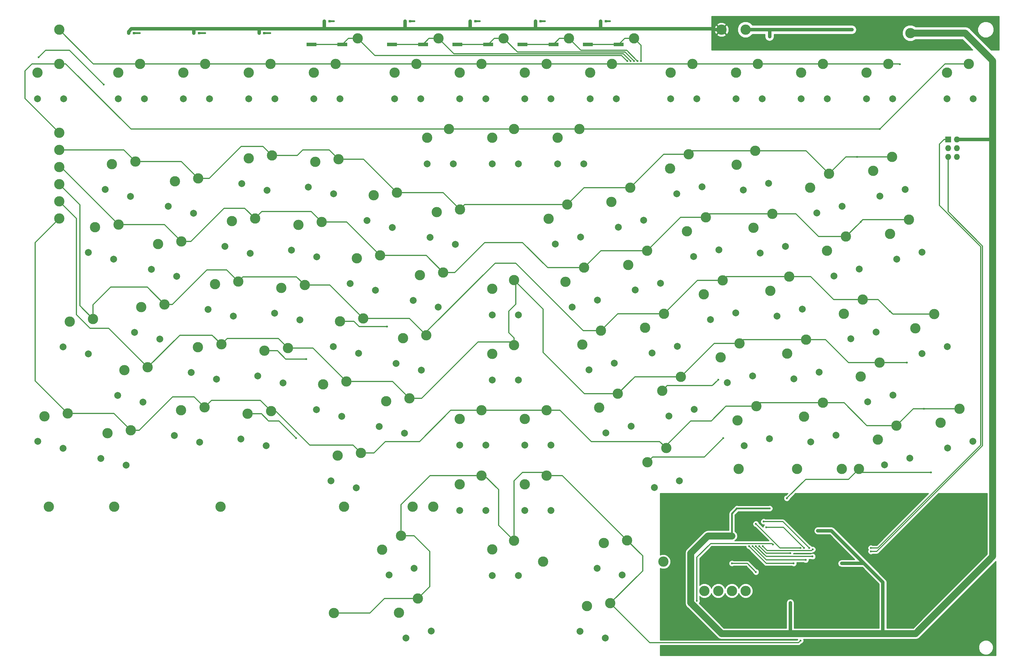
<source format=gtl>
G04 #@! TF.FileFunction,Copper,L1,Top,Signal*
%FSLAX46Y46*%
G04 Gerber Fmt 4.6, Leading zero omitted, Abs format (unit mm)*
G04 Created by KiCad (PCBNEW 4.0.2-4+6225~38~ubuntu15.10.1-stable) date Mi 09 Mär 2016 15:11:07 CET*
%MOMM*%
G01*
G04 APERTURE LIST*
%ADD10C,0.100000*%
%ADD11C,0.600000*%
%ADD12C,3.000000*%
%ADD13C,2.000000*%
%ADD14R,0.797560X0.797560*%
%ADD15R,1.727200X1.727200*%
%ADD16O,1.727200X1.727200*%
%ADD17R,3.000000X1.000000*%
%ADD18C,2.999740*%
%ADD19C,1.000000*%
%ADD20C,0.500000*%
%ADD21C,2.000000*%
%ADD22C,0.300000*%
%ADD23C,0.254000*%
G04 APERTURE END LIST*
D10*
D11*
X345000000Y-216000000D03*
X307500000Y-193500000D03*
X309500000Y-193500000D03*
X290000000Y-208000000D03*
X289500000Y-212500000D03*
X287500000Y-210500000D03*
X285000000Y-213000000D03*
X283500000Y-195000000D03*
X282000000Y-195000000D03*
X286500000Y-178000000D03*
X285000000Y-178000000D03*
X283500000Y-178000000D03*
X282000000Y-178000000D03*
X278500000Y-196500000D03*
X277500000Y-200500000D03*
X274500000Y-200500000D03*
X295500000Y-198500000D03*
X297500000Y-198500000D03*
X297500000Y-196500000D03*
X299500000Y-196500000D03*
X299500000Y-198500000D03*
X310000000Y-202500000D03*
X307500000Y-202500000D03*
X305000000Y-202500000D03*
X302500000Y-202500000D03*
X286500000Y-204500000D03*
X284000000Y-207000000D03*
X281500000Y-209500000D03*
X279000000Y-212000000D03*
X262000000Y-182000000D03*
X260000000Y-182000000D03*
X260000000Y-184000000D03*
X262000000Y-184000000D03*
X260000000Y-180000000D03*
X262000000Y-180000000D03*
X264000000Y-180000000D03*
X264000000Y-184000000D03*
X264000000Y-182000000D03*
X269500000Y-194000000D03*
X267500000Y-194000000D03*
X267500000Y-196000000D03*
X269500000Y-196000000D03*
X269500000Y-192000000D03*
X271500000Y-192000000D03*
X271500000Y-196000000D03*
X271500000Y-194000000D03*
X260000000Y-213000000D03*
X258000000Y-213000000D03*
X258000000Y-215000000D03*
X260000000Y-215000000D03*
X258000000Y-211000000D03*
X260000000Y-211000000D03*
X262000000Y-211000000D03*
X262000000Y-215000000D03*
X262000000Y-213000000D03*
X310000000Y-210000000D03*
X308000000Y-210000000D03*
X308000000Y-212000000D03*
X310000000Y-212000000D03*
X308000000Y-208000000D03*
X310000000Y-208000000D03*
X312000000Y-208000000D03*
X312000000Y-212000000D03*
X312000000Y-210000000D03*
X302000000Y-178000000D03*
X300000000Y-178000000D03*
X300000000Y-180000000D03*
X302000000Y-180000000D03*
X300000000Y-176000000D03*
X302000000Y-176000000D03*
X304000000Y-176000000D03*
X304000000Y-180000000D03*
X304000000Y-178000000D03*
X322000000Y-178000000D03*
X320000000Y-178000000D03*
X320000000Y-180000000D03*
X322000000Y-180000000D03*
X320000000Y-176000000D03*
X322000000Y-176000000D03*
X324000000Y-176000000D03*
X324000000Y-180000000D03*
X324000000Y-178000000D03*
X335000000Y-198000000D03*
X333000000Y-198000000D03*
X333000000Y-200000000D03*
X335000000Y-200000000D03*
X333000000Y-196000000D03*
X335000000Y-196000000D03*
X337000000Y-196000000D03*
X337000000Y-200000000D03*
X337000000Y-198000000D03*
X343000000Y-214000000D03*
X341000000Y-214000000D03*
X341000000Y-216000000D03*
X343000000Y-216000000D03*
X341000000Y-212000000D03*
X343000000Y-212000000D03*
X345000000Y-212000000D03*
X345000000Y-214000000D03*
X345000000Y-184000000D03*
X343000000Y-184000000D03*
X341000000Y-184000000D03*
X345000000Y-182000000D03*
X343000000Y-182000000D03*
X341000000Y-182000000D03*
X343000000Y-180000000D03*
X341000000Y-180000000D03*
X319000000Y-45000000D03*
X317000000Y-45000000D03*
X315000000Y-45000000D03*
X295000000Y-37000000D03*
X297000000Y-37000000D03*
X321000000Y-37000000D03*
X319000000Y-37000000D03*
X309000000Y-37000000D03*
X303000000Y-37000000D03*
X301000000Y-37000000D03*
X305000000Y-37000000D03*
X307000000Y-37000000D03*
X299000000Y-37000000D03*
X313000000Y-37000000D03*
X317000000Y-37000000D03*
X311000000Y-37000000D03*
X315000000Y-37000000D03*
X301000000Y-45000000D03*
X291000000Y-45000000D03*
X291000000Y-43000000D03*
X311000000Y-45000000D03*
X313000000Y-45000000D03*
X311000000Y-43000000D03*
X303000000Y-43000000D03*
X305000000Y-43000000D03*
X303000000Y-45000000D03*
X305000000Y-45000000D03*
X295000000Y-45000000D03*
X293000000Y-45000000D03*
X295000000Y-43000000D03*
X293000000Y-43000000D03*
X299000000Y-43000000D03*
X299000000Y-45000000D03*
X301000000Y-43000000D03*
X297000000Y-43000000D03*
X297000000Y-45000000D03*
X309000000Y-45000000D03*
X309000000Y-43000000D03*
X307000000Y-43000000D03*
X307000000Y-45000000D03*
X323000000Y-43000000D03*
X325000000Y-45000000D03*
X325000000Y-43000000D03*
X323000000Y-45000000D03*
X327000000Y-45000000D03*
X329000000Y-45000000D03*
X331000000Y-43000000D03*
X337000000Y-45000000D03*
X337000000Y-43000000D03*
X341000000Y-43000000D03*
X339000000Y-43000000D03*
X341000000Y-45000000D03*
X343000000Y-43000000D03*
X339000000Y-45000000D03*
X343000000Y-45000000D03*
X335000000Y-45000000D03*
X333000000Y-45000000D03*
X335000000Y-43000000D03*
X333000000Y-43000000D03*
X331000000Y-45000000D03*
X321000000Y-45000000D03*
X325000000Y-39000000D03*
X325000000Y-37000000D03*
X323000000Y-37000000D03*
X329000000Y-37000000D03*
X327000000Y-37000000D03*
X333000000Y-39000000D03*
X331000000Y-39000000D03*
X333000000Y-37000000D03*
X331000000Y-37000000D03*
X345000000Y-39000000D03*
X343000000Y-39000000D03*
X341000000Y-39000000D03*
X339000000Y-39000000D03*
X337000000Y-39000000D03*
X335000000Y-39000000D03*
X353000000Y-37000000D03*
X347000000Y-37000000D03*
X345000000Y-37000000D03*
X343000000Y-37000000D03*
X341000000Y-37000000D03*
X339000000Y-37000000D03*
X337000000Y-37000000D03*
X335000000Y-37000000D03*
X345000000Y-180000000D03*
D12*
X168594442Y-124145781D03*
X161803413Y-124955732D03*
D13*
X159831212Y-132316087D03*
X167191567Y-134288288D03*
D14*
X101749300Y-41000000D03*
X100250700Y-41000000D03*
X120749300Y-41000000D03*
X119250700Y-41000000D03*
X139749300Y-41000000D03*
X138250700Y-41000000D03*
X158749300Y-37500000D03*
X157250700Y-37500000D03*
X182249300Y-37500000D03*
X180750700Y-37500000D03*
X201249300Y-37500000D03*
X199750700Y-37500000D03*
X220249300Y-37500000D03*
X218750700Y-37500000D03*
X239249300Y-37500000D03*
X237750700Y-37500000D03*
D15*
X339000000Y-72000000D03*
D16*
X341540000Y-72000000D03*
X339000000Y-74540000D03*
X341540000Y-74540000D03*
X339000000Y-77080000D03*
X341540000Y-77080000D03*
D17*
X177000000Y-44250000D03*
X186000000Y-44250000D03*
X177000000Y-39750000D03*
X186000000Y-39750000D03*
X196000000Y-44250000D03*
X205000000Y-44250000D03*
X196000000Y-39750000D03*
X205000000Y-39750000D03*
X234000000Y-44250000D03*
X243000000Y-44250000D03*
X234000000Y-39750000D03*
X243000000Y-39750000D03*
X215000000Y-44250000D03*
X224000000Y-44250000D03*
X215000000Y-39750000D03*
X224000000Y-39750000D03*
X153500000Y-44250000D03*
X162500000Y-44250000D03*
X153500000Y-39750000D03*
X162500000Y-39750000D03*
D12*
X103540000Y-49920000D03*
X97190000Y-52460000D03*
D13*
X97190000Y-60080000D03*
X104810000Y-60080000D03*
D12*
X80040000Y-49920000D03*
X73690000Y-52460000D03*
D13*
X73690000Y-60080000D03*
X81310000Y-60080000D03*
D12*
X102172193Y-78395535D03*
X95381164Y-79205486D03*
D13*
X93408963Y-86565841D03*
X100769318Y-88538042D03*
D12*
X89878288Y-124277012D03*
X83087259Y-125086963D03*
D13*
X81115058Y-132447318D03*
X88475413Y-134419519D03*
D12*
X82501946Y-151805899D03*
X75710917Y-152615850D03*
D13*
X73738716Y-159976205D03*
X81099071Y-161948406D03*
D12*
X122540000Y-49920000D03*
X116190000Y-52460000D03*
D13*
X116190000Y-60080000D03*
X123810000Y-60080000D03*
D12*
X120524784Y-83313097D03*
X113733755Y-84123048D03*
D13*
X111761554Y-91483403D03*
X119121909Y-93455604D03*
D12*
X115607221Y-101665688D03*
X108816192Y-102475639D03*
D13*
X106843991Y-109835994D03*
X114204346Y-111808195D03*
D12*
X110689660Y-120018279D03*
X103898631Y-120828230D03*
D13*
X101926430Y-128188585D03*
X109286785Y-130160786D03*
D12*
X105772099Y-138370869D03*
X98981070Y-139180820D03*
D13*
X97008869Y-146541175D03*
X104369224Y-148513376D03*
D12*
X100854537Y-156723460D03*
X94063508Y-157533411D03*
D13*
X92091307Y-164893766D03*
X99451662Y-166865967D03*
D12*
X141540000Y-49920000D03*
X135190000Y-52460000D03*
D13*
X135190000Y-60080000D03*
X142810000Y-60080000D03*
D12*
X141983203Y-76639550D03*
X135192174Y-77449501D03*
D13*
X133219973Y-84809856D03*
X140580328Y-86782057D03*
D12*
X137065642Y-94992141D03*
X130274613Y-95802092D03*
D13*
X128302412Y-103162447D03*
X135662767Y-105134648D03*
D12*
X132148079Y-113344731D03*
X125357050Y-114154682D03*
D13*
X123384849Y-121515037D03*
X130745204Y-123487238D03*
D12*
X127230518Y-131697322D03*
X120439489Y-132507273D03*
D13*
X118467288Y-139867628D03*
X125827643Y-141839829D03*
D12*
X122312955Y-150049911D03*
X115521926Y-150859862D03*
D13*
X113549725Y-158220217D03*
X120910080Y-160192418D03*
D12*
X179581521Y-187416607D03*
X174105292Y-191513560D03*
D13*
X176077493Y-198873915D03*
X183437848Y-196901714D03*
D12*
X160540000Y-49920000D03*
X154190000Y-52460000D03*
D13*
X154190000Y-60080000D03*
X161810000Y-60080000D03*
D12*
X161371071Y-77693408D03*
X154580042Y-78503359D03*
D13*
X152607841Y-85863714D03*
X159968196Y-87835915D03*
D12*
X156453509Y-96045999D03*
X149662480Y-96855950D03*
D13*
X147690279Y-104216305D03*
X155050634Y-106188506D03*
D12*
X151535947Y-114398589D03*
X144744918Y-115208540D03*
D13*
X142772717Y-122568895D03*
X150133072Y-124541096D03*
D12*
X146618385Y-132751179D03*
X139827356Y-133561130D03*
D13*
X137855155Y-140921485D03*
X145215510Y-142893686D03*
D12*
X141700823Y-151103770D03*
X134909794Y-151913721D03*
D13*
X132937593Y-159274076D03*
X140297948Y-161246277D03*
D12*
X184499082Y-205769198D03*
X179022853Y-209866151D03*
D13*
X180995054Y-217226506D03*
X188355409Y-215254305D03*
D12*
X184040000Y-49920000D03*
X177690000Y-52460000D03*
D13*
X177690000Y-60080000D03*
X185310000Y-60080000D03*
D12*
X178429566Y-87440599D03*
X171638537Y-88250550D03*
D13*
X169666336Y-95610905D03*
X177026691Y-97583106D03*
D12*
X173512004Y-105793189D03*
X166720975Y-106603140D03*
D13*
X164748774Y-113963495D03*
X172109129Y-115935696D03*
D12*
X163676880Y-142498371D03*
X156885851Y-143308322D03*
D13*
X154913650Y-150668677D03*
X162274005Y-152640878D03*
D12*
X203040000Y-169920000D03*
X196690000Y-172460000D03*
D13*
X196690000Y-180080000D03*
X204310000Y-180080000D03*
D12*
X167935614Y-163309743D03*
X161144585Y-164119694D03*
D13*
X159172384Y-171480049D03*
X166532739Y-173452250D03*
D12*
X193540000Y-68920000D03*
X187190000Y-71460000D03*
D13*
X187190000Y-79080000D03*
X194810000Y-79080000D03*
D12*
X186947033Y-129063343D03*
X180156004Y-129873294D03*
D13*
X178183803Y-137233649D03*
X185544158Y-139205850D03*
D12*
X182029470Y-147415933D03*
X175238441Y-148225884D03*
D13*
X173266240Y-155586239D03*
X180626595Y-157558440D03*
D12*
X212540000Y-188920000D03*
X206190000Y-191460000D03*
D13*
X206190000Y-199080000D03*
X213810000Y-199080000D03*
D12*
X203040000Y-49920000D03*
X196690000Y-52460000D03*
D13*
X196690000Y-60080000D03*
X204310000Y-60080000D03*
D12*
X212540000Y-68920000D03*
X206190000Y-71460000D03*
D13*
X206190000Y-79080000D03*
X213810000Y-79080000D03*
D12*
X196782156Y-92358160D03*
X189991127Y-93168111D03*
D13*
X188018926Y-100528466D03*
X195379281Y-102500667D03*
D12*
X191864595Y-110710751D03*
X185073566Y-111520702D03*
D13*
X183101365Y-118881057D03*
X190461720Y-120853258D03*
D12*
X212540000Y-112920000D03*
X206190000Y-115460000D03*
D13*
X206190000Y-123080000D03*
X213810000Y-123080000D03*
D12*
X203040000Y-150920000D03*
X196690000Y-153460000D03*
D13*
X196690000Y-161080000D03*
X204310000Y-161080000D03*
D12*
X222040000Y-169920000D03*
X215690000Y-172460000D03*
D13*
X215690000Y-180080000D03*
X223310000Y-180080000D03*
D12*
X222040000Y-49920000D03*
X215690000Y-52460000D03*
D13*
X215690000Y-60080000D03*
X223310000Y-60080000D03*
D12*
X231540000Y-68920000D03*
X225190000Y-71460000D03*
D13*
X225190000Y-79080000D03*
X232810000Y-79080000D03*
D12*
X228031608Y-90973574D03*
X222555379Y-95070527D03*
D13*
X224527580Y-102430882D03*
X231887935Y-100458681D03*
D12*
X232949170Y-109326165D03*
X227472941Y-113423118D03*
D13*
X229445142Y-120783473D03*
X236805497Y-118811272D03*
D12*
X212540000Y-131920000D03*
X206190000Y-134460000D03*
D13*
X206190000Y-142080000D03*
X213810000Y-142080000D03*
D12*
X222040000Y-150920000D03*
X215690000Y-153460000D03*
D13*
X215690000Y-161080000D03*
X223310000Y-161080000D03*
D12*
X240541539Y-207136815D03*
X233750510Y-207946766D03*
D13*
X231778309Y-215307121D03*
X239138664Y-217279322D03*
D12*
X237866732Y-127678756D03*
X232390503Y-131775709D03*
D13*
X234362704Y-139136064D03*
X241723059Y-137163863D03*
D12*
X242784294Y-146031346D03*
X237308065Y-150128299D03*
D13*
X239280266Y-157488654D03*
X246640621Y-155516453D03*
D12*
X245459101Y-188784224D03*
X238668072Y-189594175D03*
D13*
X236695871Y-196954530D03*
X244056226Y-198926731D03*
D12*
X256878151Y-161925156D03*
X251401922Y-166022109D03*
D13*
X253374123Y-173382464D03*
X260734478Y-171410263D03*
D12*
X241040000Y-49920000D03*
X234690000Y-52460000D03*
D13*
X234690000Y-60080000D03*
X242310000Y-60080000D03*
D12*
X246384199Y-86056013D03*
X240907970Y-90152966D03*
D13*
X242880171Y-97513321D03*
X250240526Y-95541120D03*
D12*
X251301761Y-104408603D03*
X245825532Y-108505556D03*
D13*
X247797733Y-115865911D03*
X255158088Y-113893710D03*
D12*
X256219322Y-122761194D03*
X250743093Y-126858147D03*
D13*
X252715294Y-134218502D03*
X260075649Y-132246301D03*
D12*
X261136884Y-141113785D03*
X255660655Y-145210738D03*
D13*
X257632856Y-152571093D03*
X264993211Y-150598892D03*
D12*
X264540000Y-49920000D03*
X258190000Y-52460000D03*
D13*
X258190000Y-60080000D03*
X265810000Y-60080000D03*
D12*
X263442694Y-76308822D03*
X257966465Y-80405775D03*
D13*
X259938666Y-87766130D03*
X267299021Y-85793929D03*
D12*
X268360256Y-94661412D03*
X262884027Y-98758365D03*
D13*
X264856228Y-106118720D03*
X272216583Y-104146519D03*
D12*
X273277818Y-113014003D03*
X267801589Y-117110956D03*
D13*
X269773790Y-124471311D03*
X277134145Y-122499110D03*
D12*
X278195380Y-131366594D03*
X272719151Y-135463547D03*
D13*
X274691352Y-142823902D03*
X282051707Y-140851701D03*
D12*
X283112942Y-149719184D03*
X277636713Y-153816137D03*
D13*
X279608914Y-161176492D03*
X286969269Y-159204291D03*
D12*
X283540000Y-49920000D03*
X277190000Y-52460000D03*
D13*
X277190000Y-60080000D03*
X284810000Y-60080000D03*
D12*
X282830561Y-75254963D03*
X277354332Y-79351916D03*
D13*
X279326533Y-86712271D03*
X286686888Y-84740070D03*
D12*
X287748123Y-93607554D03*
X282271894Y-97704507D03*
D13*
X284244095Y-105064862D03*
X291604450Y-103092661D03*
D12*
X292665685Y-111960144D03*
X287189456Y-116057097D03*
D13*
X289161657Y-123417452D03*
X296522012Y-121445251D03*
D12*
X297583247Y-130312735D03*
X292107018Y-134409688D03*
D13*
X294079219Y-141770043D03*
X301439574Y-139797842D03*
D12*
X302500808Y-148665326D03*
X297024579Y-152762279D03*
D13*
X298996780Y-160122634D03*
X306357135Y-158150433D03*
D12*
X302540000Y-49920000D03*
X296190000Y-52460000D03*
D13*
X296190000Y-60080000D03*
X303810000Y-60080000D03*
D12*
X304288980Y-81928511D03*
X298812751Y-86025464D03*
D13*
X300784952Y-93385819D03*
X308145307Y-91413618D03*
D12*
X309206542Y-100281102D03*
X303730313Y-104378055D03*
D13*
X305702514Y-111738410D03*
X313062869Y-109766209D03*
D12*
X314124104Y-118633692D03*
X308647875Y-122730645D03*
D13*
X310620076Y-130091000D03*
X317980431Y-128118799D03*
D12*
X319041666Y-136986283D03*
X313565437Y-141083236D03*
D13*
X315537638Y-148443591D03*
X322897993Y-146471390D03*
D12*
X323959228Y-155338874D03*
X318482999Y-159435827D03*
D13*
X320455200Y-166796182D03*
X327815555Y-164823981D03*
D12*
X321540000Y-49920000D03*
X315190000Y-52460000D03*
D13*
X315190000Y-60080000D03*
X322810000Y-60080000D03*
D12*
X345040000Y-49920000D03*
X338690000Y-52460000D03*
D13*
X338690000Y-60080000D03*
X346310000Y-60080000D03*
D12*
X322641571Y-77010949D03*
X317165342Y-81107902D03*
D13*
X319137543Y-88468257D03*
X326497898Y-86496056D03*
D12*
X327559133Y-95363540D03*
X322082904Y-99460493D03*
D13*
X324055105Y-106820848D03*
X331415460Y-104848647D03*
D12*
X334935476Y-122892426D03*
X329459247Y-126989379D03*
D13*
X331431448Y-134349734D03*
X338791803Y-132377533D03*
D12*
X342311818Y-150421312D03*
X336835589Y-154518265D03*
D13*
X338807790Y-161878620D03*
X346168145Y-159906419D03*
D18*
X190500000Y-42500000D03*
X276000000Y-203500000D03*
X268000000Y-203500000D03*
X280000000Y-203500000D03*
X272000000Y-203500000D03*
X77000000Y-179000000D03*
X96000000Y-179000000D03*
X127000000Y-179000000D03*
X163000000Y-179000000D03*
X183000000Y-179000000D03*
X189000000Y-179000000D03*
X221000000Y-195000000D03*
X256000000Y-195000000D03*
X278000000Y-168000000D03*
X295000000Y-168000000D03*
X308000000Y-168000000D03*
X313000000Y-168000000D03*
X80000000Y-40000000D03*
X80000000Y-70000000D03*
X80000000Y-75000000D03*
X80000000Y-80000000D03*
X80000000Y-85000000D03*
X80000000Y-90000000D03*
X80000000Y-95000000D03*
X160000000Y-210000000D03*
X209500000Y-42500000D03*
X247500000Y-42500000D03*
X228500000Y-42500000D03*
X167000000Y-42500000D03*
D12*
X97254631Y-96748127D03*
X90463602Y-97558078D03*
D13*
X88491401Y-104918433D03*
X95851756Y-106890634D03*
D18*
X273000000Y-40000000D03*
X328000000Y-41000000D03*
X280000000Y-40000000D03*
D11*
X352000000Y-44000000D03*
X287000000Y-42000000D03*
X311000000Y-40000000D03*
X287000000Y-179500000D03*
X273000000Y-187500000D03*
X274500000Y-187500000D03*
X276000000Y-187500000D03*
X277500000Y-179500000D03*
X301000000Y-186000000D03*
X308000000Y-195500000D03*
X293000000Y-207000000D03*
X74000000Y-48000000D03*
X93000000Y-56000000D03*
X152000000Y-136000000D03*
X149000000Y-159000000D03*
X175500000Y-126500000D03*
X334000000Y-169000000D03*
X265800000Y-206400000D03*
X288000000Y-190000000D03*
X292000000Y-176500000D03*
X272000000Y-141999986D03*
X273500000Y-159000000D03*
X326986283Y-136986283D03*
X332000000Y-150421312D03*
X296000000Y-218000000D03*
X275999968Y-195500000D03*
X283000000Y-198000000D03*
X248500008Y-49150101D03*
X293000000Y-192500000D03*
X284000000Y-190500000D03*
X245500000Y-49150101D03*
X294000000Y-195500000D03*
X281000000Y-190500000D03*
X283000000Y-184000000D03*
X296000000Y-191000000D03*
X286000000Y-185000000D03*
X297000000Y-191000000D03*
X285254980Y-183333538D03*
X298500000Y-191000000D03*
X249500000Y-49150101D03*
X299535665Y-191439117D03*
X285000000Y-190500000D03*
X316500000Y-191000000D03*
X316500000Y-192000000D03*
X246500000Y-49150101D03*
X297500000Y-194500000D03*
X282000000Y-190500000D03*
X247500000Y-49150101D03*
X299500000Y-193500000D03*
X283000000Y-190500000D03*
X325000000Y-50000000D03*
X319080000Y-68920000D03*
X312500020Y-77010949D03*
X313487644Y-96000000D03*
X322000000Y-122000000D03*
X103500000Y-41000000D03*
X122500000Y-41000000D03*
X141500000Y-41000000D03*
X160000000Y-37500000D03*
X183500000Y-37500000D03*
X202500000Y-37500000D03*
X221500000Y-37500000D03*
X240500000Y-37500000D03*
D19*
X280000000Y-40000000D02*
X287000000Y-40000000D01*
X287000000Y-40000000D02*
X311000000Y-40000000D01*
X287000000Y-42000000D02*
X287000000Y-40000000D01*
X162500000Y-39750000D02*
X157250000Y-39750000D01*
X157250700Y-39749300D02*
X157250000Y-39750000D01*
X157250000Y-39750000D02*
X153500000Y-39750000D01*
X157250700Y-37500000D02*
X157250700Y-39749300D01*
X186000000Y-39750000D02*
X180700000Y-39750000D01*
X180700000Y-39750000D02*
X177000000Y-39750000D01*
X180750700Y-37500000D02*
X180750700Y-39699300D01*
X180750700Y-39699300D02*
X180700000Y-39750000D01*
X243000000Y-39750000D02*
X237750000Y-39750000D01*
X237750700Y-37500000D02*
X237750700Y-38898780D01*
X237750000Y-39750000D02*
X234000000Y-39750000D01*
X237750700Y-38898780D02*
X237750000Y-38899480D01*
X237750000Y-38899480D02*
X237750000Y-39750000D01*
X224000000Y-39750000D02*
X218700000Y-39750000D01*
X218700000Y-39750000D02*
X215000000Y-39750000D01*
X218750700Y-37500000D02*
X218750700Y-39699300D01*
X218750700Y-39699300D02*
X218700000Y-39750000D01*
X205000000Y-39750000D02*
X199600000Y-39750000D01*
X199600000Y-39750000D02*
X196000000Y-39750000D01*
X199750700Y-37500000D02*
X199750700Y-39599300D01*
X199750700Y-39599300D02*
X199600000Y-39750000D01*
X153500000Y-39750000D02*
X138400000Y-39750000D01*
X138400000Y-39750000D02*
X119300000Y-39750000D01*
X138250700Y-41000000D02*
X138250700Y-39899300D01*
X138250700Y-39899300D02*
X138400000Y-39750000D01*
X119300000Y-39750000D02*
X101031738Y-39750000D01*
X119250700Y-41000000D02*
X119250700Y-39799300D01*
X119250700Y-39799300D02*
X119300000Y-39750000D01*
X101031738Y-39750000D02*
X100250700Y-40531038D01*
X100250700Y-40531038D02*
X100250700Y-41000000D01*
X177000000Y-39750000D02*
X174500000Y-39750000D01*
X174500000Y-39750000D02*
X162500000Y-39750000D01*
X196000000Y-39750000D02*
X186000000Y-39750000D01*
X215000000Y-39750000D02*
X205000000Y-39750000D01*
X234000000Y-39750000D02*
X224000000Y-39750000D01*
X273000000Y-40000000D02*
X270878864Y-40000000D01*
X270878864Y-40000000D02*
X270628864Y-39750000D01*
X270628864Y-39750000D02*
X243000000Y-39750000D01*
X243000000Y-39750000D02*
X242000000Y-39750000D01*
D20*
X277500000Y-179500000D02*
X287000000Y-179500000D01*
X277500000Y-179500000D02*
X276000000Y-181000000D01*
X276000000Y-181000000D02*
X276000000Y-187500000D01*
D21*
X263999980Y-205000020D02*
X263999980Y-192500020D01*
X274500000Y-187500000D02*
X276000000Y-187500000D01*
X269000000Y-187500000D02*
X274500000Y-187500000D01*
X263999980Y-192500020D02*
X269000000Y-187500000D01*
X352000000Y-49000000D02*
X352000000Y-71500000D01*
X352000000Y-71500000D02*
X352000000Y-193495810D01*
D19*
X341540000Y-72000000D02*
X351500000Y-72000000D01*
X351500000Y-72000000D02*
X352000000Y-71500000D01*
D21*
X263999980Y-205000020D02*
X264000000Y-205000000D01*
X263999980Y-207000000D02*
X263999980Y-205000020D01*
X264299979Y-207299999D02*
X263999980Y-207000000D01*
X272999980Y-216000000D02*
X264299979Y-207299999D01*
X293000000Y-216000000D02*
X272999980Y-216000000D01*
D19*
X305500000Y-186500000D02*
X305000000Y-186000000D01*
X305000000Y-186000000D02*
X301000000Y-186000000D01*
X314500000Y-195500000D02*
X305500000Y-186500000D01*
X320000000Y-201000000D02*
X314500000Y-195500000D01*
X314500000Y-195500000D02*
X308000000Y-195500000D01*
D21*
X320000000Y-216000000D02*
X293000000Y-216000000D01*
X329495810Y-216000000D02*
X320000000Y-216000000D01*
D19*
X320000000Y-216000000D02*
X320000000Y-201000000D01*
X293000000Y-216000000D02*
X293000000Y-207000000D01*
D21*
X352000000Y-193495810D02*
X329495810Y-216000000D01*
X344000000Y-41000000D02*
X352000000Y-49000000D01*
X328000000Y-41000000D02*
X344000000Y-41000000D01*
D22*
X76000000Y-46000000D02*
X74000000Y-48000000D01*
X83000000Y-46000000D02*
X76000000Y-46000000D01*
X93000000Y-56000000D02*
X83000000Y-46000000D01*
X146000000Y-136000000D02*
X143561130Y-133561130D01*
X143561130Y-133561130D02*
X139827356Y-133561130D01*
X152000000Y-136000000D02*
X146000000Y-136000000D01*
X141000000Y-154000000D02*
X138913721Y-151913721D01*
X138913721Y-151913721D02*
X134909794Y-151913721D01*
X144000000Y-154000000D02*
X141000000Y-154000000D01*
X149000000Y-159000000D02*
X144000000Y-154000000D01*
X167400000Y-126500000D02*
X165855732Y-124955732D01*
X165855732Y-124955732D02*
X161803413Y-124955732D01*
X175500000Y-126500000D02*
X167400000Y-126500000D01*
X297500000Y-171000000D02*
X292299999Y-176200001D01*
X313000000Y-168000000D02*
X310000000Y-171000000D01*
X310000000Y-171000000D02*
X297500000Y-171000000D01*
X334000000Y-169000000D02*
X314000000Y-169000000D01*
X314000000Y-169000000D02*
X313000000Y-168000000D01*
X265800000Y-193700000D02*
X265800000Y-205975736D01*
X287700001Y-189700001D02*
X269799999Y-189700001D01*
X265800000Y-205975736D02*
X265800000Y-206400000D01*
X269799999Y-189700001D02*
X265800000Y-193700000D01*
X288000000Y-190000000D02*
X287700001Y-189700001D01*
X292299999Y-176200001D02*
X292000000Y-176500000D01*
X271700001Y-142299985D02*
X272000000Y-141999986D01*
X257160654Y-143710739D02*
X270289247Y-143710739D01*
X255660655Y-145210738D02*
X257160654Y-143710739D01*
X270289247Y-143710739D02*
X271700001Y-142299985D01*
X268000000Y-164500000D02*
X252924031Y-164500000D01*
X252924031Y-164500000D02*
X251401922Y-166022109D01*
X273500000Y-159000000D02*
X268000000Y-164500000D01*
X221500000Y-134500000D02*
X233031346Y-146031346D01*
X212540000Y-112920000D02*
X221000000Y-121380000D01*
X221000000Y-121380000D02*
X221000000Y-134000000D01*
X221000000Y-134000000D02*
X221500000Y-134500000D01*
X212540000Y-131920000D02*
X212540000Y-129798680D01*
X211000000Y-122000000D02*
X213000000Y-120000000D01*
X212540000Y-129798680D02*
X211000000Y-128258680D01*
X211000000Y-128258680D02*
X211000000Y-122000000D01*
X213000000Y-120000000D02*
X213000000Y-113380000D01*
X213000000Y-113380000D02*
X212540000Y-112920000D01*
X319041666Y-136986283D02*
X326986283Y-136986283D01*
X80000000Y-90000000D02*
X85000000Y-95000000D01*
X85000000Y-95000000D02*
X85000000Y-123000000D01*
X85000000Y-123000000D02*
X89000000Y-127000000D01*
X89000000Y-127000000D02*
X94401230Y-127000000D01*
X94401230Y-127000000D02*
X105772099Y-138370869D01*
X303312735Y-130312735D02*
X309986283Y-136986283D01*
X309986283Y-136986283D02*
X319041666Y-136986283D01*
X297583247Y-130312735D02*
X303312735Y-130312735D01*
X278195380Y-131366594D02*
X279249239Y-130312735D01*
X279249239Y-130312735D02*
X297583247Y-130312735D01*
X261136884Y-141113785D02*
X270884075Y-131366594D01*
X270884075Y-131366594D02*
X278195380Y-131366594D01*
X242784294Y-146031346D02*
X247701855Y-141113785D01*
X247701855Y-141113785D02*
X261136884Y-141113785D01*
X233031346Y-146031346D02*
X242784294Y-146031346D01*
X202000000Y-131000000D02*
X211620000Y-131000000D01*
X211620000Y-131000000D02*
X212540000Y-131920000D01*
X185584067Y-147415933D02*
X202000000Y-131000000D01*
X182029470Y-147415933D02*
X185584067Y-147415933D01*
X163676880Y-142498371D02*
X177111908Y-142498371D01*
X177111908Y-142498371D02*
X182029470Y-147415933D01*
X146618385Y-132751179D02*
X153929688Y-132751179D01*
X153929688Y-132751179D02*
X163676880Y-142498371D01*
X128927840Y-130000000D02*
X143867206Y-130000000D01*
X143867206Y-130000000D02*
X146618385Y-132751179D01*
X127230518Y-131697322D02*
X128927840Y-130000000D01*
X115142968Y-129000000D02*
X124533196Y-129000000D01*
X124533196Y-129000000D02*
X127230518Y-131697322D01*
X105772099Y-138370869D02*
X115142968Y-129000000D01*
X332000000Y-150421312D02*
X342311818Y-150421312D01*
X328876790Y-150421312D02*
X332000000Y-150421312D01*
X141700823Y-151103770D02*
X143103770Y-151103770D01*
X143103770Y-151103770D02*
X153000000Y-161000000D01*
X153000000Y-161000000D02*
X165625871Y-161000000D01*
X165625871Y-161000000D02*
X167935614Y-163309743D01*
X73000000Y-102000000D02*
X73000000Y-142303953D01*
X73000000Y-142303953D02*
X82501946Y-151805899D01*
X80000000Y-95000000D02*
X73000000Y-102000000D01*
X323959228Y-155338874D02*
X328876790Y-150421312D01*
X308665326Y-148665326D02*
X315338874Y-155338874D01*
X315338874Y-155338874D02*
X323959228Y-155338874D01*
X302500808Y-148665326D02*
X308665326Y-148665326D01*
X283112942Y-149719184D02*
X284166800Y-148665326D01*
X284166800Y-148665326D02*
X302500808Y-148665326D01*
X270000000Y-154000000D02*
X274280816Y-149719184D01*
X274280816Y-149719184D02*
X283112942Y-149719184D01*
X264000000Y-154000000D02*
X270000000Y-154000000D01*
X256878151Y-161121849D02*
X264000000Y-154000000D01*
X256878151Y-161925156D02*
X256878151Y-161121849D01*
X235000000Y-160000000D02*
X254952995Y-160000000D01*
X254952995Y-160000000D02*
X256878151Y-161925156D01*
X225920000Y-150920000D02*
X235000000Y-160000000D01*
X222040000Y-150920000D02*
X225920000Y-150920000D01*
X203040000Y-150920000D02*
X222040000Y-150920000D01*
X185000000Y-160000000D02*
X194080000Y-150920000D01*
X194080000Y-150920000D02*
X203040000Y-150920000D01*
X175000000Y-160000000D02*
X185000000Y-160000000D01*
X171690257Y-163309743D02*
X175000000Y-160000000D01*
X167935614Y-163309743D02*
X171690257Y-163309743D01*
X124362866Y-148000000D02*
X138597053Y-148000000D01*
X138597053Y-148000000D02*
X141700823Y-151103770D01*
X122312955Y-150049911D02*
X124362866Y-148000000D01*
X113000000Y-147000000D02*
X119263044Y-147000000D01*
X119263044Y-147000000D02*
X122312955Y-150049911D01*
X103276540Y-156723460D02*
X113000000Y-147000000D01*
X100854537Y-156723460D02*
X103276540Y-156723460D01*
X82501946Y-151805899D02*
X95936976Y-151805899D01*
X95936976Y-151805899D02*
X100854537Y-156723460D01*
X179581521Y-187416607D02*
X179581521Y-178418479D01*
X179581521Y-178418479D02*
X188080000Y-169920000D01*
X188080000Y-169920000D02*
X203040000Y-169920000D01*
X240541539Y-207136815D02*
X252034047Y-218629323D01*
X252034047Y-218629323D02*
X295370677Y-218629323D01*
X170500000Y-210000000D02*
X174730802Y-205769198D01*
X174730802Y-205769198D02*
X184499082Y-205769198D01*
X160000000Y-210000000D02*
X170500000Y-210000000D01*
X295370677Y-218629323D02*
X296000000Y-218000000D01*
X250000000Y-193325123D02*
X250000000Y-197678354D01*
X250000000Y-197678354D02*
X240541539Y-207136815D01*
X245459101Y-188784224D02*
X250000000Y-193325123D01*
X222040000Y-169920000D02*
X226594877Y-169920000D01*
X226594877Y-169920000D02*
X245459101Y-188784224D01*
X215000000Y-169000000D02*
X221120000Y-169000000D01*
X221120000Y-169000000D02*
X222040000Y-169920000D01*
X212540000Y-171460000D02*
X215000000Y-169000000D01*
X212540000Y-188920000D02*
X212540000Y-171460000D01*
X208000000Y-174000000D02*
X208000000Y-184380000D01*
X208000000Y-184380000D02*
X212540000Y-188920000D01*
X203920000Y-169920000D02*
X208000000Y-174000000D01*
X203040000Y-169920000D02*
X203920000Y-169920000D01*
X188000000Y-192000000D02*
X188000000Y-202268280D01*
X188000000Y-202268280D02*
X184499082Y-205769198D01*
X183416607Y-187416607D02*
X188000000Y-192000000D01*
X179581521Y-187416607D02*
X183416607Y-187416607D01*
X276424232Y-195500000D02*
X275999968Y-195500000D01*
X280500000Y-195500000D02*
X276424232Y-195500000D01*
X283000000Y-198000000D02*
X280500000Y-195500000D01*
X245349876Y-45999969D02*
X248200009Y-48850102D01*
X228500000Y-42500000D02*
X231999969Y-45999969D01*
X231999969Y-45999969D02*
X245349876Y-45999969D01*
X248200009Y-48850102D02*
X248500008Y-49150101D01*
X286000000Y-192500000D02*
X293000000Y-192500000D01*
X284000000Y-190500000D02*
X286000000Y-192500000D01*
X224000000Y-44250000D02*
X225750000Y-42500000D01*
X225750000Y-42500000D02*
X228500000Y-42500000D01*
X215000000Y-44250000D02*
X224000000Y-44250000D01*
X245200001Y-48850102D02*
X245500000Y-49150101D01*
X243849899Y-47500000D02*
X245200001Y-48850102D01*
X167000000Y-42500000D02*
X172000000Y-47500000D01*
X172000000Y-47500000D02*
X243849899Y-47500000D01*
X293575736Y-195500000D02*
X294000000Y-195500000D01*
X286000000Y-195500000D02*
X293575736Y-195500000D01*
X281000000Y-190500000D02*
X286000000Y-195500000D01*
X162500000Y-44250000D02*
X164250000Y-42500000D01*
X164250000Y-42500000D02*
X167000000Y-42500000D01*
X153500000Y-44250000D02*
X162500000Y-44250000D01*
X290000000Y-191000000D02*
X283000000Y-184000000D01*
X296000000Y-191000000D02*
X290000000Y-191000000D01*
X297000000Y-191000000D02*
X291000000Y-185000000D01*
X291000000Y-185000000D02*
X286000000Y-185000000D01*
X285679244Y-183333538D02*
X285254980Y-183333538D01*
X290833538Y-183333538D02*
X285679244Y-183333538D01*
X298500000Y-191000000D02*
X290833538Y-183333538D01*
X247500000Y-42500000D02*
X249500000Y-44500000D01*
X249500000Y-44500000D02*
X249500000Y-48725837D01*
X249500000Y-48725837D02*
X249500000Y-49150101D01*
X299235666Y-191739116D02*
X299535665Y-191439117D01*
X286239116Y-191739116D02*
X299235666Y-191739116D01*
X285000000Y-190500000D02*
X286239116Y-191739116D01*
X243000000Y-44250000D02*
X244750000Y-42500000D01*
X244750000Y-42500000D02*
X247500000Y-42500000D01*
X234000000Y-44250000D02*
X243000000Y-44250000D01*
X318500000Y-191000000D02*
X316924264Y-191000000D01*
X348499999Y-103207121D02*
X348499999Y-161000001D01*
X336500000Y-73336400D02*
X336500000Y-91207122D01*
X316924264Y-191000000D02*
X316500000Y-191000000D01*
X336500000Y-91207122D02*
X348499999Y-103207121D01*
X337836400Y-72000000D02*
X336500000Y-73336400D01*
X348499999Y-161000001D02*
X318500000Y-191000000D01*
X339000000Y-72000000D02*
X337836400Y-72000000D01*
X339000000Y-93000000D02*
X349000010Y-103000010D01*
X339000000Y-77080000D02*
X339000000Y-93000000D01*
X318207122Y-192000000D02*
X316924264Y-192000000D01*
X349000010Y-103000010D02*
X349000010Y-161207112D01*
X349000010Y-161207112D02*
X318207122Y-192000000D01*
X316924264Y-192000000D02*
X316500000Y-192000000D01*
X190500000Y-42500000D02*
X194999989Y-46999989D01*
X244349888Y-46999989D02*
X246200001Y-48850102D01*
X246200001Y-48850102D02*
X246500000Y-49150101D01*
X194999989Y-46999989D02*
X244349888Y-46999989D01*
X282000000Y-190500000D02*
X286000000Y-194500000D01*
X286000000Y-194500000D02*
X297500000Y-194500000D01*
X186000000Y-44250000D02*
X187750000Y-42500000D01*
X187750000Y-42500000D02*
X190500000Y-42500000D01*
X177000000Y-44250000D02*
X186000000Y-44250000D01*
X213499979Y-46499979D02*
X244849878Y-46499979D01*
X244849878Y-46499979D02*
X247200001Y-48850102D01*
X247200001Y-48850102D02*
X247500000Y-49150101D01*
X209500000Y-42500000D02*
X213499979Y-46499979D01*
X283000000Y-190500000D02*
X286000000Y-193500000D01*
X286000000Y-193500000D02*
X299500000Y-193500000D01*
X205000000Y-44250000D02*
X206750000Y-42500000D01*
X206750000Y-42500000D02*
X209500000Y-42500000D01*
X196000000Y-44250000D02*
X205000000Y-44250000D01*
X103540000Y-49920000D02*
X89920000Y-49920000D01*
X89920000Y-49920000D02*
X80000000Y-40000000D01*
X122540000Y-49920000D02*
X103540000Y-49920000D01*
X141540000Y-49920000D02*
X122540000Y-49920000D01*
X160540000Y-49920000D02*
X141540000Y-49920000D01*
X184040000Y-49920000D02*
X160540000Y-49920000D01*
X203040000Y-49920000D02*
X184040000Y-49920000D01*
X222040000Y-49920000D02*
X203040000Y-49920000D01*
X241040000Y-49920000D02*
X222040000Y-49920000D01*
X264540000Y-49920000D02*
X241040000Y-49920000D01*
X283540000Y-49920000D02*
X264540000Y-49920000D01*
X302540000Y-49920000D02*
X283540000Y-49920000D01*
X321540000Y-49920000D02*
X302540000Y-49920000D01*
X321540000Y-49920000D02*
X324920000Y-49920000D01*
X324920000Y-49920000D02*
X325000000Y-50000000D01*
X193540000Y-68920000D02*
X100920000Y-68920000D01*
X212540000Y-68920000D02*
X193540000Y-68920000D01*
X231540000Y-68920000D02*
X212540000Y-68920000D01*
X70000000Y-60000000D02*
X80000000Y-70000000D01*
X231540000Y-68920000D02*
X319080000Y-68920000D01*
X319080000Y-68920000D02*
X338080000Y-49920000D01*
X338080000Y-49920000D02*
X345040000Y-49920000D01*
X70000000Y-52000000D02*
X70000000Y-60000000D01*
X72080000Y-49920000D02*
X70000000Y-52000000D01*
X80040000Y-49920000D02*
X72080000Y-49920000D01*
X81920000Y-49920000D02*
X100920000Y-68920000D01*
X80040000Y-49920000D02*
X81920000Y-49920000D01*
X312075756Y-77010949D02*
X312500020Y-77010949D01*
X309206542Y-77010949D02*
X312075756Y-77010949D01*
X304288980Y-81928511D02*
X309206542Y-77010949D01*
X322641571Y-77010949D02*
X312500020Y-77010949D01*
X102172193Y-78395535D02*
X98776658Y-75000000D01*
X98776658Y-75000000D02*
X80000000Y-75000000D01*
X282830561Y-75254963D02*
X297615432Y-75254963D01*
X297615432Y-75254963D02*
X304288980Y-81928511D01*
X263442694Y-76308822D02*
X264496553Y-75254963D01*
X264496553Y-75254963D02*
X282830561Y-75254963D01*
X246384199Y-86056013D02*
X256131390Y-76308822D01*
X256131390Y-76308822D02*
X263442694Y-76308822D01*
X228031608Y-90973574D02*
X232949169Y-86056013D01*
X232949169Y-86056013D02*
X246384199Y-86056013D01*
X196782156Y-92358160D02*
X198166742Y-90973574D01*
X198166742Y-90973574D02*
X228031608Y-90973574D01*
X178429566Y-87440599D02*
X191864595Y-87440599D01*
X191864595Y-87440599D02*
X196782156Y-92358160D01*
X161371071Y-77693408D02*
X168682375Y-77693408D01*
X168682375Y-77693408D02*
X178429566Y-87440599D01*
X151000000Y-75000000D02*
X158677663Y-75000000D01*
X158677663Y-75000000D02*
X161371071Y-77693408D01*
X149360450Y-76639550D02*
X151000000Y-75000000D01*
X141983203Y-76639550D02*
X149360450Y-76639550D01*
X133000000Y-74000000D02*
X139343653Y-74000000D01*
X139343653Y-74000000D02*
X141983203Y-76639550D01*
X123686903Y-83313097D02*
X133000000Y-74000000D01*
X120524784Y-83313097D02*
X123686903Y-83313097D01*
X102172193Y-78395535D02*
X115607222Y-78395535D01*
X115607222Y-78395535D02*
X120524784Y-83313097D01*
X313000000Y-96487644D02*
X313487644Y-96000000D01*
X313487644Y-96000000D02*
X314124104Y-95363540D01*
X309206542Y-100281102D02*
X313000000Y-96487644D01*
X80000000Y-80000000D02*
X80506504Y-80000000D01*
X80506504Y-80000000D02*
X97254631Y-96748127D01*
X314124104Y-95363540D02*
X327559133Y-95363540D01*
X294607554Y-93607554D02*
X301281102Y-100281102D01*
X301281102Y-100281102D02*
X309206542Y-100281102D01*
X287748123Y-93607554D02*
X294607554Y-93607554D01*
X268360256Y-94661412D02*
X269414114Y-93607554D01*
X269414114Y-93607554D02*
X287748123Y-93607554D01*
X251301761Y-104408603D02*
X261048952Y-94661412D01*
X261048952Y-94661412D02*
X268360256Y-94661412D01*
X232949170Y-109326165D02*
X237866732Y-104408603D01*
X237866732Y-104408603D02*
X251301761Y-104408603D01*
X215000000Y-102000000D02*
X222326165Y-109326165D01*
X222326165Y-109326165D02*
X232949170Y-109326165D01*
X204000000Y-102000000D02*
X215000000Y-102000000D01*
X195289249Y-110710751D02*
X204000000Y-102000000D01*
X191864595Y-110710751D02*
X195289249Y-110710751D01*
X173512004Y-105793189D02*
X186947033Y-105793189D01*
X186947033Y-105793189D02*
X191864595Y-110710751D01*
X156453509Y-96045999D02*
X163764814Y-96045999D01*
X163764814Y-96045999D02*
X173512004Y-105793189D01*
X139000000Y-93000000D02*
X153407510Y-93000000D01*
X153407510Y-93000000D02*
X156453509Y-96045999D01*
X137065642Y-94934358D02*
X139000000Y-93000000D01*
X137065642Y-94992141D02*
X137065642Y-94934358D01*
X128000000Y-92000000D02*
X134073501Y-92000000D01*
X134073501Y-92000000D02*
X137065642Y-94992141D01*
X118334312Y-101665688D02*
X128000000Y-92000000D01*
X115607221Y-101665688D02*
X118334312Y-101665688D01*
X97254631Y-96748127D02*
X110689660Y-96748127D01*
X110689660Y-96748127D02*
X115607221Y-101665688D01*
X322000000Y-122000000D02*
X322892426Y-122892426D01*
X318633692Y-118633692D02*
X322000000Y-122000000D01*
X86000000Y-91000000D02*
X86000000Y-120398724D01*
X86000000Y-120398724D02*
X89878288Y-124277012D01*
X80000000Y-85000000D02*
X86000000Y-91000000D01*
X322892426Y-122892426D02*
X334935476Y-122892426D01*
X314124104Y-118633692D02*
X318633692Y-118633692D01*
X298960144Y-111960144D02*
X305633692Y-118633692D01*
X305633692Y-118633692D02*
X314124104Y-118633692D01*
X292665685Y-111960144D02*
X298960144Y-111960144D01*
X273277818Y-113014003D02*
X274331677Y-111960144D01*
X274331677Y-111960144D02*
X292665685Y-111960144D01*
X256219322Y-122761194D02*
X265966513Y-113014003D01*
X265966513Y-113014003D02*
X273277818Y-113014003D01*
X237866732Y-127678756D02*
X242784294Y-122761194D01*
X242784294Y-122761194D02*
X256219322Y-122761194D01*
X213000000Y-108000000D02*
X232678756Y-127678756D01*
X232678756Y-127678756D02*
X237866732Y-127678756D01*
X207000000Y-108000000D02*
X213000000Y-108000000D01*
X186947033Y-128052967D02*
X207000000Y-108000000D01*
X186947033Y-129063343D02*
X186947033Y-128052967D01*
X168594442Y-124145781D02*
X182029471Y-124145781D01*
X182029471Y-124145781D02*
X186947033Y-129063343D01*
X151535947Y-114398589D02*
X158847250Y-114398589D01*
X158847250Y-114398589D02*
X168594442Y-124145781D01*
X133492810Y-112000000D02*
X149137358Y-112000000D01*
X149137358Y-112000000D02*
X151535947Y-114398589D01*
X132148079Y-113344731D02*
X133492810Y-112000000D01*
X123000000Y-110000000D02*
X128803348Y-110000000D01*
X128803348Y-110000000D02*
X132148079Y-113344731D01*
X112981721Y-120018279D02*
X123000000Y-110000000D01*
X110689660Y-120018279D02*
X112981721Y-120018279D01*
X95000000Y-115000000D02*
X105671381Y-115000000D01*
X105671381Y-115000000D02*
X110689660Y-120018279D01*
X89878288Y-120121712D02*
X95000000Y-115000000D01*
X89878288Y-124277012D02*
X89878288Y-120121712D01*
D20*
X101749300Y-41000000D02*
X103500000Y-41000000D01*
X120749300Y-41000000D02*
X122500000Y-41000000D01*
X139749300Y-41000000D02*
X141500000Y-41000000D01*
X160000000Y-37500000D02*
X158749300Y-37500000D01*
X183500000Y-37500000D02*
X182249300Y-37500000D01*
X202500000Y-37500000D02*
X201249300Y-37500000D01*
X221500000Y-37500000D02*
X220249300Y-37500000D01*
X240500000Y-37500000D02*
X239249300Y-37500000D01*
D23*
G36*
X352873000Y-222373000D02*
X255127000Y-222373000D01*
X255127000Y-220422815D01*
X347864630Y-220422815D01*
X348188980Y-221207800D01*
X348789041Y-221808909D01*
X349573459Y-222134628D01*
X350422815Y-222135370D01*
X351207800Y-221811020D01*
X351808909Y-221210959D01*
X352134628Y-220426541D01*
X352135370Y-219577185D01*
X351811020Y-218792200D01*
X351210959Y-218191091D01*
X350426541Y-217865372D01*
X349577185Y-217864630D01*
X348792200Y-218188980D01*
X348191091Y-218789041D01*
X347865372Y-219573459D01*
X347864630Y-220422815D01*
X255127000Y-220422815D01*
X255127000Y-219414323D01*
X295370677Y-219414323D01*
X295671084Y-219354568D01*
X295925756Y-219184402D01*
X296175005Y-218935153D01*
X296185167Y-218935162D01*
X296528943Y-218793117D01*
X296792192Y-218530327D01*
X296934838Y-218186799D01*
X296935162Y-217814833D01*
X296860857Y-217635000D01*
X329495805Y-217635000D01*
X329495810Y-217635001D01*
X330121498Y-217510543D01*
X330651930Y-217156120D01*
X352873000Y-194935049D01*
X352873000Y-222373000D01*
X352873000Y-222373000D01*
G37*
X352873000Y-222373000D02*
X255127000Y-222373000D01*
X255127000Y-220422815D01*
X347864630Y-220422815D01*
X348188980Y-221207800D01*
X348789041Y-221808909D01*
X349573459Y-222134628D01*
X350422815Y-222135370D01*
X351207800Y-221811020D01*
X351808909Y-221210959D01*
X352134628Y-220426541D01*
X352135370Y-219577185D01*
X351811020Y-218792200D01*
X351210959Y-218191091D01*
X350426541Y-217865372D01*
X349577185Y-217864630D01*
X348792200Y-218188980D01*
X348191091Y-218789041D01*
X347865372Y-219573459D01*
X347864630Y-220422815D01*
X255127000Y-220422815D01*
X255127000Y-219414323D01*
X295370677Y-219414323D01*
X295671084Y-219354568D01*
X295925756Y-219184402D01*
X296175005Y-218935153D01*
X296185167Y-218935162D01*
X296528943Y-218793117D01*
X296792192Y-218530327D01*
X296934838Y-218186799D01*
X296935162Y-217814833D01*
X296860857Y-217635000D01*
X329495805Y-217635000D01*
X329495810Y-217635001D01*
X330121498Y-217510543D01*
X330651930Y-217156120D01*
X352873000Y-194935049D01*
X352873000Y-222373000D01*
G36*
X291824995Y-175564847D02*
X291814833Y-175564838D01*
X291471057Y-175706883D01*
X291207808Y-175969673D01*
X291065162Y-176313201D01*
X291064838Y-176685167D01*
X291206883Y-177028943D01*
X291469673Y-177292192D01*
X291813201Y-177434838D01*
X292185167Y-177435162D01*
X292528943Y-177293117D01*
X292792192Y-177030327D01*
X292934838Y-176686799D01*
X292934848Y-176675310D01*
X294483158Y-175127000D01*
X333262842Y-175127000D01*
X318174842Y-190215000D01*
X317037506Y-190215000D01*
X317030327Y-190207808D01*
X316686799Y-190065162D01*
X316314833Y-190064838D01*
X315971057Y-190206883D01*
X315707808Y-190469673D01*
X315565162Y-190813201D01*
X315564838Y-191185167D01*
X315695069Y-191500351D01*
X315565162Y-191813201D01*
X315564838Y-192185167D01*
X315706883Y-192528943D01*
X315969673Y-192792192D01*
X316313201Y-192934838D01*
X316685167Y-192935162D01*
X317028943Y-192793117D01*
X317037074Y-192785000D01*
X318207122Y-192785000D01*
X318507529Y-192725245D01*
X318762201Y-192555079D01*
X336190280Y-175127000D01*
X350365000Y-175127000D01*
X350365000Y-192818571D01*
X328818570Y-214365000D01*
X321135000Y-214365000D01*
X321135000Y-201000000D01*
X321048604Y-200565655D01*
X320802566Y-200197434D01*
X305802566Y-185197434D01*
X305507085Y-185000000D01*
X305434346Y-184951397D01*
X305000000Y-184865000D01*
X301000000Y-184865000D01*
X300565654Y-184951397D01*
X300197434Y-185197434D01*
X299951397Y-185565654D01*
X299865000Y-186000000D01*
X299951397Y-186434346D01*
X300197434Y-186802566D01*
X300565654Y-187048603D01*
X301000000Y-187135000D01*
X304529868Y-187135000D01*
X311759868Y-194365000D01*
X308000000Y-194365000D01*
X307565654Y-194451397D01*
X307197434Y-194697434D01*
X306951397Y-195065654D01*
X306865000Y-195500000D01*
X306951397Y-195934346D01*
X307197434Y-196302566D01*
X307565654Y-196548603D01*
X308000000Y-196635000D01*
X314029868Y-196635000D01*
X318865000Y-201470132D01*
X318865000Y-214365000D01*
X294135000Y-214365000D01*
X294135000Y-207000000D01*
X294048603Y-206565654D01*
X293802566Y-206197434D01*
X293434346Y-205951397D01*
X293000000Y-205865000D01*
X292565654Y-205951397D01*
X292197434Y-206197434D01*
X291951397Y-206565654D01*
X291865000Y-207000000D01*
X291865000Y-214365000D01*
X273677219Y-214365000D01*
X266417217Y-207104997D01*
X266592192Y-206930327D01*
X266734838Y-206586799D01*
X266735162Y-206214833D01*
X266593117Y-205871057D01*
X266585000Y-205862926D01*
X266585000Y-205104329D01*
X266789114Y-205308800D01*
X267573485Y-205634499D01*
X268422789Y-205635240D01*
X269207727Y-205310910D01*
X269808800Y-204710886D01*
X270000068Y-204250260D01*
X270189090Y-204707727D01*
X270789114Y-205308800D01*
X271573485Y-205634499D01*
X272422789Y-205635240D01*
X273207727Y-205310910D01*
X273808800Y-204710886D01*
X274000068Y-204250260D01*
X274189090Y-204707727D01*
X274789114Y-205308800D01*
X275573485Y-205634499D01*
X276422789Y-205635240D01*
X277207727Y-205310910D01*
X277808800Y-204710886D01*
X278000068Y-204250260D01*
X278189090Y-204707727D01*
X278789114Y-205308800D01*
X279573485Y-205634499D01*
X280422789Y-205635240D01*
X281207727Y-205310910D01*
X281808800Y-204710886D01*
X282134499Y-203926515D01*
X282135240Y-203077211D01*
X281810910Y-202292273D01*
X281210886Y-201691200D01*
X280426515Y-201365501D01*
X279577211Y-201364760D01*
X278792273Y-201689090D01*
X278191200Y-202289114D01*
X277999932Y-202749740D01*
X277810910Y-202292273D01*
X277210886Y-201691200D01*
X276426515Y-201365501D01*
X275577211Y-201364760D01*
X274792273Y-201689090D01*
X274191200Y-202289114D01*
X273999932Y-202749740D01*
X273810910Y-202292273D01*
X273210886Y-201691200D01*
X272426515Y-201365501D01*
X271577211Y-201364760D01*
X270792273Y-201689090D01*
X270191200Y-202289114D01*
X269999932Y-202749740D01*
X269810910Y-202292273D01*
X269210886Y-201691200D01*
X268426515Y-201365501D01*
X267577211Y-201364760D01*
X266792273Y-201689090D01*
X266585000Y-201896001D01*
X266585000Y-195685167D01*
X275064806Y-195685167D01*
X275206851Y-196028943D01*
X275469641Y-196292192D01*
X275813169Y-196434838D01*
X276185135Y-196435162D01*
X276528911Y-196293117D01*
X276537042Y-196285000D01*
X280174842Y-196285000D01*
X282064847Y-198175005D01*
X282064838Y-198185167D01*
X282206883Y-198528943D01*
X282469673Y-198792192D01*
X282813201Y-198934838D01*
X283185167Y-198935162D01*
X283528943Y-198793117D01*
X283792192Y-198530327D01*
X283934838Y-198186799D01*
X283935162Y-197814833D01*
X283793117Y-197471057D01*
X283530327Y-197207808D01*
X283186799Y-197065162D01*
X283175310Y-197065152D01*
X281055079Y-194944921D01*
X280800407Y-194774755D01*
X280500000Y-194715000D01*
X276537474Y-194715000D01*
X276530295Y-194707808D01*
X276186767Y-194565162D01*
X275814801Y-194564838D01*
X275471025Y-194706883D01*
X275207776Y-194969673D01*
X275065130Y-195313201D01*
X275064806Y-195685167D01*
X266585000Y-195685167D01*
X266585000Y-194025158D01*
X270125157Y-190485001D01*
X280065012Y-190485001D01*
X280064838Y-190685167D01*
X280206883Y-191028943D01*
X280469673Y-191292192D01*
X280813201Y-191434838D01*
X280824690Y-191434848D01*
X285444921Y-196055079D01*
X285699594Y-196225245D01*
X286000000Y-196285000D01*
X293462494Y-196285000D01*
X293469673Y-196292192D01*
X293813201Y-196434838D01*
X294185167Y-196435162D01*
X294528943Y-196293117D01*
X294792192Y-196030327D01*
X294934838Y-195686799D01*
X294935162Y-195314833D01*
X294922835Y-195285000D01*
X296962494Y-195285000D01*
X296969673Y-195292192D01*
X297313201Y-195434838D01*
X297685167Y-195435162D01*
X298028943Y-195293117D01*
X298292192Y-195030327D01*
X298434838Y-194686799D01*
X298435162Y-194314833D01*
X298422835Y-194285000D01*
X298962494Y-194285000D01*
X298969673Y-194292192D01*
X299313201Y-194434838D01*
X299685167Y-194435162D01*
X300028943Y-194293117D01*
X300292192Y-194030327D01*
X300434838Y-193686799D01*
X300435162Y-193314833D01*
X300293117Y-192971057D01*
X300030327Y-192707808D01*
X299686799Y-192565162D01*
X299314833Y-192564838D01*
X298971057Y-192706883D01*
X298962926Y-192715000D01*
X293923128Y-192715000D01*
X293934838Y-192686799D01*
X293934980Y-192524116D01*
X299235666Y-192524116D01*
X299536073Y-192464361D01*
X299670956Y-192374236D01*
X299720832Y-192374279D01*
X300064608Y-192232234D01*
X300327857Y-191969444D01*
X300470503Y-191625916D01*
X300470827Y-191253950D01*
X300328782Y-190910174D01*
X300065992Y-190646925D01*
X299722464Y-190504279D01*
X299350498Y-190503955D01*
X299313096Y-190519409D01*
X299293117Y-190471057D01*
X299030327Y-190207808D01*
X298686799Y-190065162D01*
X298675309Y-190065152D01*
X291388617Y-182778459D01*
X291133945Y-182608293D01*
X290833538Y-182548538D01*
X285792486Y-182548538D01*
X285785307Y-182541346D01*
X285441779Y-182398700D01*
X285069813Y-182398376D01*
X284726037Y-182540421D01*
X284462788Y-182803211D01*
X284320142Y-183146739D01*
X284319818Y-183518705D01*
X284461863Y-183862481D01*
X284724653Y-184125730D01*
X285068181Y-184268376D01*
X285409159Y-184268673D01*
X285207808Y-184469673D01*
X285065162Y-184813201D01*
X285065039Y-184954881D01*
X283935153Y-183824995D01*
X283935162Y-183814833D01*
X283793117Y-183471057D01*
X283530327Y-183207808D01*
X283186799Y-183065162D01*
X282814833Y-183064838D01*
X282471057Y-183206883D01*
X282207808Y-183469673D01*
X282065162Y-183813201D01*
X282064838Y-184185167D01*
X282206883Y-184528943D01*
X282469673Y-184792192D01*
X282813201Y-184934838D01*
X282824690Y-184934848D01*
X286804843Y-188915001D01*
X276768676Y-188915001D01*
X277156120Y-188656120D01*
X277510543Y-188125687D01*
X277635000Y-187500000D01*
X277510543Y-186874313D01*
X277156120Y-186343880D01*
X276885000Y-186162724D01*
X276885000Y-181366580D01*
X277866579Y-180385000D01*
X286693178Y-180385000D01*
X286813201Y-180434838D01*
X287185167Y-180435162D01*
X287528943Y-180293117D01*
X287792192Y-180030327D01*
X287934838Y-179686799D01*
X287935162Y-179314833D01*
X287793117Y-178971057D01*
X287530327Y-178707808D01*
X287186799Y-178565162D01*
X286814833Y-178564838D01*
X286693431Y-178615000D01*
X277806822Y-178615000D01*
X277686799Y-178565162D01*
X277314833Y-178564838D01*
X276971057Y-178706883D01*
X276707808Y-178969673D01*
X276657434Y-179090987D01*
X275374210Y-180374210D01*
X275182367Y-180661325D01*
X275182367Y-180661326D01*
X275114999Y-181000000D01*
X275115000Y-181000005D01*
X275115000Y-185865000D01*
X269000005Y-185865000D01*
X269000000Y-185864999D01*
X268374312Y-185989457D01*
X267843880Y-186343880D01*
X262843860Y-191343900D01*
X262489437Y-191874332D01*
X262364979Y-192500020D01*
X262364980Y-192500025D01*
X262364980Y-205000015D01*
X262364979Y-205000020D01*
X262364980Y-205000025D01*
X262364980Y-206999995D01*
X262364979Y-207000000D01*
X262489437Y-207625688D01*
X262843860Y-208156120D01*
X263143857Y-208456116D01*
X263143859Y-208456119D01*
X271843858Y-217156117D01*
X271843860Y-217156120D01*
X272374293Y-217510543D01*
X272999980Y-217635000D01*
X295139158Y-217635000D01*
X295065162Y-217813201D01*
X295065152Y-217824690D01*
X295045519Y-217844323D01*
X255127000Y-217844323D01*
X255127000Y-196949102D01*
X255573485Y-197134499D01*
X256422789Y-197135240D01*
X257207727Y-196810910D01*
X257808800Y-196210886D01*
X258134499Y-195426515D01*
X258135240Y-194577211D01*
X257810910Y-193792273D01*
X257210886Y-193191200D01*
X256426515Y-192865501D01*
X255577211Y-192864760D01*
X255127000Y-193050784D01*
X255127000Y-175127000D01*
X292262842Y-175127000D01*
X291824995Y-175564847D01*
X291824995Y-175564847D01*
G37*
X291824995Y-175564847D02*
X291814833Y-175564838D01*
X291471057Y-175706883D01*
X291207808Y-175969673D01*
X291065162Y-176313201D01*
X291064838Y-176685167D01*
X291206883Y-177028943D01*
X291469673Y-177292192D01*
X291813201Y-177434838D01*
X292185167Y-177435162D01*
X292528943Y-177293117D01*
X292792192Y-177030327D01*
X292934838Y-176686799D01*
X292934848Y-176675310D01*
X294483158Y-175127000D01*
X333262842Y-175127000D01*
X318174842Y-190215000D01*
X317037506Y-190215000D01*
X317030327Y-190207808D01*
X316686799Y-190065162D01*
X316314833Y-190064838D01*
X315971057Y-190206883D01*
X315707808Y-190469673D01*
X315565162Y-190813201D01*
X315564838Y-191185167D01*
X315695069Y-191500351D01*
X315565162Y-191813201D01*
X315564838Y-192185167D01*
X315706883Y-192528943D01*
X315969673Y-192792192D01*
X316313201Y-192934838D01*
X316685167Y-192935162D01*
X317028943Y-192793117D01*
X317037074Y-192785000D01*
X318207122Y-192785000D01*
X318507529Y-192725245D01*
X318762201Y-192555079D01*
X336190280Y-175127000D01*
X350365000Y-175127000D01*
X350365000Y-192818571D01*
X328818570Y-214365000D01*
X321135000Y-214365000D01*
X321135000Y-201000000D01*
X321048604Y-200565655D01*
X320802566Y-200197434D01*
X305802566Y-185197434D01*
X305507085Y-185000000D01*
X305434346Y-184951397D01*
X305000000Y-184865000D01*
X301000000Y-184865000D01*
X300565654Y-184951397D01*
X300197434Y-185197434D01*
X299951397Y-185565654D01*
X299865000Y-186000000D01*
X299951397Y-186434346D01*
X300197434Y-186802566D01*
X300565654Y-187048603D01*
X301000000Y-187135000D01*
X304529868Y-187135000D01*
X311759868Y-194365000D01*
X308000000Y-194365000D01*
X307565654Y-194451397D01*
X307197434Y-194697434D01*
X306951397Y-195065654D01*
X306865000Y-195500000D01*
X306951397Y-195934346D01*
X307197434Y-196302566D01*
X307565654Y-196548603D01*
X308000000Y-196635000D01*
X314029868Y-196635000D01*
X318865000Y-201470132D01*
X318865000Y-214365000D01*
X294135000Y-214365000D01*
X294135000Y-207000000D01*
X294048603Y-206565654D01*
X293802566Y-206197434D01*
X293434346Y-205951397D01*
X293000000Y-205865000D01*
X292565654Y-205951397D01*
X292197434Y-206197434D01*
X291951397Y-206565654D01*
X291865000Y-207000000D01*
X291865000Y-214365000D01*
X273677219Y-214365000D01*
X266417217Y-207104997D01*
X266592192Y-206930327D01*
X266734838Y-206586799D01*
X266735162Y-206214833D01*
X266593117Y-205871057D01*
X266585000Y-205862926D01*
X266585000Y-205104329D01*
X266789114Y-205308800D01*
X267573485Y-205634499D01*
X268422789Y-205635240D01*
X269207727Y-205310910D01*
X269808800Y-204710886D01*
X270000068Y-204250260D01*
X270189090Y-204707727D01*
X270789114Y-205308800D01*
X271573485Y-205634499D01*
X272422789Y-205635240D01*
X273207727Y-205310910D01*
X273808800Y-204710886D01*
X274000068Y-204250260D01*
X274189090Y-204707727D01*
X274789114Y-205308800D01*
X275573485Y-205634499D01*
X276422789Y-205635240D01*
X277207727Y-205310910D01*
X277808800Y-204710886D01*
X278000068Y-204250260D01*
X278189090Y-204707727D01*
X278789114Y-205308800D01*
X279573485Y-205634499D01*
X280422789Y-205635240D01*
X281207727Y-205310910D01*
X281808800Y-204710886D01*
X282134499Y-203926515D01*
X282135240Y-203077211D01*
X281810910Y-202292273D01*
X281210886Y-201691200D01*
X280426515Y-201365501D01*
X279577211Y-201364760D01*
X278792273Y-201689090D01*
X278191200Y-202289114D01*
X277999932Y-202749740D01*
X277810910Y-202292273D01*
X277210886Y-201691200D01*
X276426515Y-201365501D01*
X275577211Y-201364760D01*
X274792273Y-201689090D01*
X274191200Y-202289114D01*
X273999932Y-202749740D01*
X273810910Y-202292273D01*
X273210886Y-201691200D01*
X272426515Y-201365501D01*
X271577211Y-201364760D01*
X270792273Y-201689090D01*
X270191200Y-202289114D01*
X269999932Y-202749740D01*
X269810910Y-202292273D01*
X269210886Y-201691200D01*
X268426515Y-201365501D01*
X267577211Y-201364760D01*
X266792273Y-201689090D01*
X266585000Y-201896001D01*
X266585000Y-195685167D01*
X275064806Y-195685167D01*
X275206851Y-196028943D01*
X275469641Y-196292192D01*
X275813169Y-196434838D01*
X276185135Y-196435162D01*
X276528911Y-196293117D01*
X276537042Y-196285000D01*
X280174842Y-196285000D01*
X282064847Y-198175005D01*
X282064838Y-198185167D01*
X282206883Y-198528943D01*
X282469673Y-198792192D01*
X282813201Y-198934838D01*
X283185167Y-198935162D01*
X283528943Y-198793117D01*
X283792192Y-198530327D01*
X283934838Y-198186799D01*
X283935162Y-197814833D01*
X283793117Y-197471057D01*
X283530327Y-197207808D01*
X283186799Y-197065162D01*
X283175310Y-197065152D01*
X281055079Y-194944921D01*
X280800407Y-194774755D01*
X280500000Y-194715000D01*
X276537474Y-194715000D01*
X276530295Y-194707808D01*
X276186767Y-194565162D01*
X275814801Y-194564838D01*
X275471025Y-194706883D01*
X275207776Y-194969673D01*
X275065130Y-195313201D01*
X275064806Y-195685167D01*
X266585000Y-195685167D01*
X266585000Y-194025158D01*
X270125157Y-190485001D01*
X280065012Y-190485001D01*
X280064838Y-190685167D01*
X280206883Y-191028943D01*
X280469673Y-191292192D01*
X280813201Y-191434838D01*
X280824690Y-191434848D01*
X285444921Y-196055079D01*
X285699594Y-196225245D01*
X286000000Y-196285000D01*
X293462494Y-196285000D01*
X293469673Y-196292192D01*
X293813201Y-196434838D01*
X294185167Y-196435162D01*
X294528943Y-196293117D01*
X294792192Y-196030327D01*
X294934838Y-195686799D01*
X294935162Y-195314833D01*
X294922835Y-195285000D01*
X296962494Y-195285000D01*
X296969673Y-195292192D01*
X297313201Y-195434838D01*
X297685167Y-195435162D01*
X298028943Y-195293117D01*
X298292192Y-195030327D01*
X298434838Y-194686799D01*
X298435162Y-194314833D01*
X298422835Y-194285000D01*
X298962494Y-194285000D01*
X298969673Y-194292192D01*
X299313201Y-194434838D01*
X299685167Y-194435162D01*
X300028943Y-194293117D01*
X300292192Y-194030327D01*
X300434838Y-193686799D01*
X300435162Y-193314833D01*
X300293117Y-192971057D01*
X300030327Y-192707808D01*
X299686799Y-192565162D01*
X299314833Y-192564838D01*
X298971057Y-192706883D01*
X298962926Y-192715000D01*
X293923128Y-192715000D01*
X293934838Y-192686799D01*
X293934980Y-192524116D01*
X299235666Y-192524116D01*
X299536073Y-192464361D01*
X299670956Y-192374236D01*
X299720832Y-192374279D01*
X300064608Y-192232234D01*
X300327857Y-191969444D01*
X300470503Y-191625916D01*
X300470827Y-191253950D01*
X300328782Y-190910174D01*
X300065992Y-190646925D01*
X299722464Y-190504279D01*
X299350498Y-190503955D01*
X299313096Y-190519409D01*
X299293117Y-190471057D01*
X299030327Y-190207808D01*
X298686799Y-190065162D01*
X298675309Y-190065152D01*
X291388617Y-182778459D01*
X291133945Y-182608293D01*
X290833538Y-182548538D01*
X285792486Y-182548538D01*
X285785307Y-182541346D01*
X285441779Y-182398700D01*
X285069813Y-182398376D01*
X284726037Y-182540421D01*
X284462788Y-182803211D01*
X284320142Y-183146739D01*
X284319818Y-183518705D01*
X284461863Y-183862481D01*
X284724653Y-184125730D01*
X285068181Y-184268376D01*
X285409159Y-184268673D01*
X285207808Y-184469673D01*
X285065162Y-184813201D01*
X285065039Y-184954881D01*
X283935153Y-183824995D01*
X283935162Y-183814833D01*
X283793117Y-183471057D01*
X283530327Y-183207808D01*
X283186799Y-183065162D01*
X282814833Y-183064838D01*
X282471057Y-183206883D01*
X282207808Y-183469673D01*
X282065162Y-183813201D01*
X282064838Y-184185167D01*
X282206883Y-184528943D01*
X282469673Y-184792192D01*
X282813201Y-184934838D01*
X282824690Y-184934848D01*
X286804843Y-188915001D01*
X276768676Y-188915001D01*
X277156120Y-188656120D01*
X277510543Y-188125687D01*
X277635000Y-187500000D01*
X277510543Y-186874313D01*
X277156120Y-186343880D01*
X276885000Y-186162724D01*
X276885000Y-181366580D01*
X277866579Y-180385000D01*
X286693178Y-180385000D01*
X286813201Y-180434838D01*
X287185167Y-180435162D01*
X287528943Y-180293117D01*
X287792192Y-180030327D01*
X287934838Y-179686799D01*
X287935162Y-179314833D01*
X287793117Y-178971057D01*
X287530327Y-178707808D01*
X287186799Y-178565162D01*
X286814833Y-178564838D01*
X286693431Y-178615000D01*
X277806822Y-178615000D01*
X277686799Y-178565162D01*
X277314833Y-178564838D01*
X276971057Y-178706883D01*
X276707808Y-178969673D01*
X276657434Y-179090987D01*
X275374210Y-180374210D01*
X275182367Y-180661325D01*
X275182367Y-180661326D01*
X275114999Y-181000000D01*
X275115000Y-181000005D01*
X275115000Y-185865000D01*
X269000005Y-185865000D01*
X269000000Y-185864999D01*
X268374312Y-185989457D01*
X267843880Y-186343880D01*
X262843860Y-191343900D01*
X262489437Y-191874332D01*
X262364979Y-192500020D01*
X262364980Y-192500025D01*
X262364980Y-205000015D01*
X262364979Y-205000020D01*
X262364980Y-205000025D01*
X262364980Y-206999995D01*
X262364979Y-207000000D01*
X262489437Y-207625688D01*
X262843860Y-208156120D01*
X263143857Y-208456116D01*
X263143859Y-208456119D01*
X271843858Y-217156117D01*
X271843860Y-217156120D01*
X272374293Y-217510543D01*
X272999980Y-217635000D01*
X295139158Y-217635000D01*
X295065162Y-217813201D01*
X295065152Y-217824690D01*
X295045519Y-217844323D01*
X255127000Y-217844323D01*
X255127000Y-196949102D01*
X255573485Y-197134499D01*
X256422789Y-197135240D01*
X257207727Y-196810910D01*
X257808800Y-196210886D01*
X258134499Y-195426515D01*
X258135240Y-194577211D01*
X257810910Y-193792273D01*
X257210886Y-193191200D01*
X256426515Y-192865501D01*
X255577211Y-192864760D01*
X255127000Y-193050784D01*
X255127000Y-175127000D01*
X292262842Y-175127000D01*
X291824995Y-175564847D01*
D22*
G36*
X353850000Y-45850000D02*
X351537006Y-45850000D01*
X346162301Y-40475295D01*
X347599584Y-40475295D01*
X347964192Y-41357715D01*
X348638734Y-42033435D01*
X349520516Y-42399583D01*
X350475295Y-42400416D01*
X351357715Y-42035808D01*
X352033435Y-41361266D01*
X352399583Y-40479484D01*
X352400416Y-39524705D01*
X352035808Y-38642285D01*
X351361266Y-37966565D01*
X350479484Y-37600417D01*
X349524705Y-37599584D01*
X348642285Y-37964192D01*
X347966565Y-38638734D01*
X347600417Y-39520516D01*
X347599584Y-40475295D01*
X346162301Y-40475295D01*
X345343503Y-39656497D01*
X345322344Y-39642359D01*
X344727099Y-39244629D01*
X344000000Y-39100000D01*
X329494284Y-39100000D01*
X329361192Y-38966676D01*
X328479458Y-38600548D01*
X327524731Y-38599715D01*
X326642359Y-38964303D01*
X325966676Y-39638808D01*
X325600548Y-40520542D01*
X325599715Y-41475269D01*
X325964303Y-42357641D01*
X326638808Y-43033324D01*
X327520542Y-43399452D01*
X328475269Y-43400285D01*
X329357641Y-43035697D01*
X329493575Y-42900000D01*
X343212994Y-42900000D01*
X346162994Y-45850000D01*
X270150000Y-45850000D01*
X270150000Y-41511078D01*
X271636000Y-41511078D01*
X271792370Y-41839095D01*
X272588086Y-42161242D01*
X273446513Y-42154360D01*
X274207630Y-41839095D01*
X274364000Y-41511078D01*
X273000000Y-40147078D01*
X271636000Y-41511078D01*
X270150000Y-41511078D01*
X270150000Y-39588086D01*
X270838758Y-39588086D01*
X270845640Y-40446513D01*
X271160905Y-41207630D01*
X271488922Y-41364000D01*
X272852922Y-40000000D01*
X273147078Y-40000000D01*
X274511078Y-41364000D01*
X274839095Y-41207630D01*
X275135592Y-40475269D01*
X277599715Y-40475269D01*
X277964303Y-41357641D01*
X278638808Y-42033324D01*
X279520542Y-42399452D01*
X280475269Y-42400285D01*
X281357641Y-42035697D01*
X281994448Y-41400000D01*
X285600000Y-41400000D01*
X285600000Y-42000000D01*
X285706569Y-42535757D01*
X286010051Y-42989949D01*
X286464243Y-43293431D01*
X287000000Y-43400000D01*
X287535757Y-43293431D01*
X287989949Y-42989949D01*
X288293431Y-42535757D01*
X288400000Y-42000000D01*
X288400000Y-41400000D01*
X311000000Y-41400000D01*
X311535757Y-41293431D01*
X311989949Y-40989949D01*
X312293431Y-40535757D01*
X312400000Y-40000000D01*
X312293431Y-39464243D01*
X311989949Y-39010051D01*
X311535757Y-38706569D01*
X311000000Y-38600000D01*
X281993412Y-38600000D01*
X281361192Y-37966676D01*
X280479458Y-37600548D01*
X279524731Y-37599715D01*
X278642359Y-37964303D01*
X277966676Y-38638808D01*
X277600548Y-39520542D01*
X277599715Y-40475269D01*
X275135592Y-40475269D01*
X275161242Y-40411914D01*
X275154360Y-39553487D01*
X274839095Y-38792370D01*
X274511078Y-38636000D01*
X273147078Y-40000000D01*
X272852922Y-40000000D01*
X271488922Y-38636000D01*
X271160905Y-38792370D01*
X270838758Y-39588086D01*
X270150000Y-39588086D01*
X270150000Y-38488922D01*
X271636000Y-38488922D01*
X273000000Y-39852922D01*
X274364000Y-38488922D01*
X274207630Y-38160905D01*
X273411914Y-37838758D01*
X272553487Y-37845640D01*
X271792370Y-38160905D01*
X271636000Y-38488922D01*
X270150000Y-38488922D01*
X270150000Y-36150000D01*
X353850000Y-36150000D01*
X353850000Y-45850000D01*
X353850000Y-45850000D01*
G37*
X353850000Y-45850000D02*
X351537006Y-45850000D01*
X346162301Y-40475295D01*
X347599584Y-40475295D01*
X347964192Y-41357715D01*
X348638734Y-42033435D01*
X349520516Y-42399583D01*
X350475295Y-42400416D01*
X351357715Y-42035808D01*
X352033435Y-41361266D01*
X352399583Y-40479484D01*
X352400416Y-39524705D01*
X352035808Y-38642285D01*
X351361266Y-37966565D01*
X350479484Y-37600417D01*
X349524705Y-37599584D01*
X348642285Y-37964192D01*
X347966565Y-38638734D01*
X347600417Y-39520516D01*
X347599584Y-40475295D01*
X346162301Y-40475295D01*
X345343503Y-39656497D01*
X345322344Y-39642359D01*
X344727099Y-39244629D01*
X344000000Y-39100000D01*
X329494284Y-39100000D01*
X329361192Y-38966676D01*
X328479458Y-38600548D01*
X327524731Y-38599715D01*
X326642359Y-38964303D01*
X325966676Y-39638808D01*
X325600548Y-40520542D01*
X325599715Y-41475269D01*
X325964303Y-42357641D01*
X326638808Y-43033324D01*
X327520542Y-43399452D01*
X328475269Y-43400285D01*
X329357641Y-43035697D01*
X329493575Y-42900000D01*
X343212994Y-42900000D01*
X346162994Y-45850000D01*
X270150000Y-45850000D01*
X270150000Y-41511078D01*
X271636000Y-41511078D01*
X271792370Y-41839095D01*
X272588086Y-42161242D01*
X273446513Y-42154360D01*
X274207630Y-41839095D01*
X274364000Y-41511078D01*
X273000000Y-40147078D01*
X271636000Y-41511078D01*
X270150000Y-41511078D01*
X270150000Y-39588086D01*
X270838758Y-39588086D01*
X270845640Y-40446513D01*
X271160905Y-41207630D01*
X271488922Y-41364000D01*
X272852922Y-40000000D01*
X273147078Y-40000000D01*
X274511078Y-41364000D01*
X274839095Y-41207630D01*
X275135592Y-40475269D01*
X277599715Y-40475269D01*
X277964303Y-41357641D01*
X278638808Y-42033324D01*
X279520542Y-42399452D01*
X280475269Y-42400285D01*
X281357641Y-42035697D01*
X281994448Y-41400000D01*
X285600000Y-41400000D01*
X285600000Y-42000000D01*
X285706569Y-42535757D01*
X286010051Y-42989949D01*
X286464243Y-43293431D01*
X287000000Y-43400000D01*
X287535757Y-43293431D01*
X287989949Y-42989949D01*
X288293431Y-42535757D01*
X288400000Y-42000000D01*
X288400000Y-41400000D01*
X311000000Y-41400000D01*
X311535757Y-41293431D01*
X311989949Y-40989949D01*
X312293431Y-40535757D01*
X312400000Y-40000000D01*
X312293431Y-39464243D01*
X311989949Y-39010051D01*
X311535757Y-38706569D01*
X311000000Y-38600000D01*
X281993412Y-38600000D01*
X281361192Y-37966676D01*
X280479458Y-37600548D01*
X279524731Y-37599715D01*
X278642359Y-37964303D01*
X277966676Y-38638808D01*
X277600548Y-39520542D01*
X277599715Y-40475269D01*
X275135592Y-40475269D01*
X275161242Y-40411914D01*
X275154360Y-39553487D01*
X274839095Y-38792370D01*
X274511078Y-38636000D01*
X273147078Y-40000000D01*
X272852922Y-40000000D01*
X271488922Y-38636000D01*
X271160905Y-38792370D01*
X270838758Y-39588086D01*
X270150000Y-39588086D01*
X270150000Y-38488922D01*
X271636000Y-38488922D01*
X273000000Y-39852922D01*
X274364000Y-38488922D01*
X274207630Y-38160905D01*
X273411914Y-37838758D01*
X272553487Y-37845640D01*
X271792370Y-38160905D01*
X271636000Y-38488922D01*
X270150000Y-38488922D01*
X270150000Y-36150000D01*
X353850000Y-36150000D01*
X353850000Y-45850000D01*
M02*

</source>
